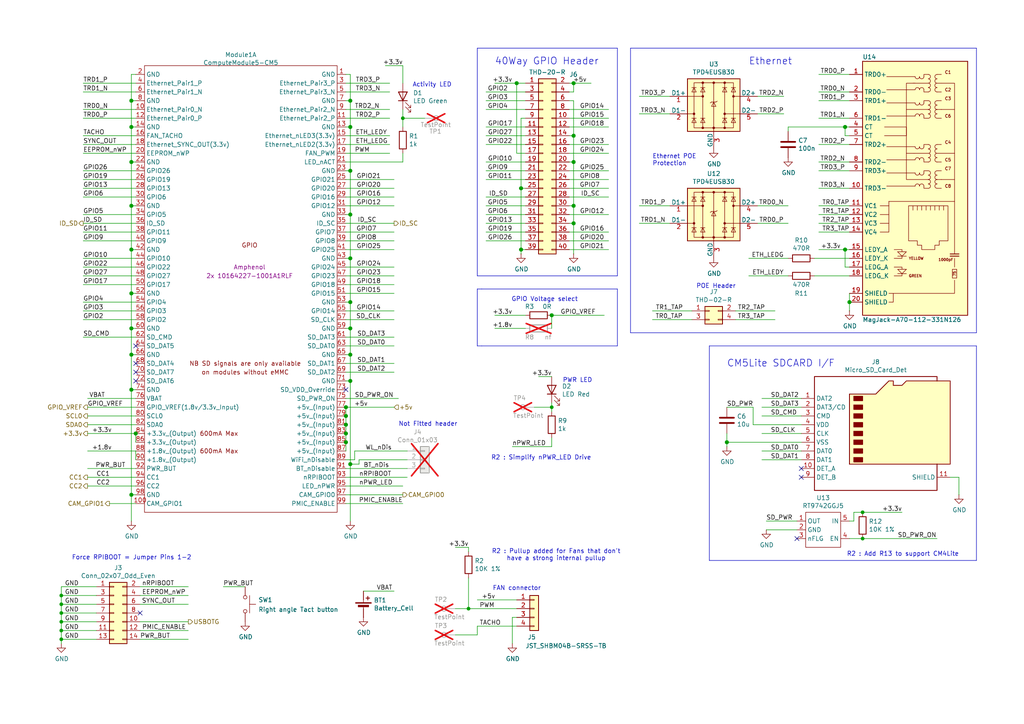
<source format=kicad_sch>
(kicad_sch (version 20250114) (generator "eeschema") (generator_version "9.0")
  (paper "A4")
  (title_block (title "Compute Module 5 IO Board - GPIO - Ethernet") (rev "1") (company "Copyright © 2024 Raspberry Pi Ltd.") (comment 1 "www.raspberrypi.com"))
  (text "40Way GPIO Header" (at 143.51 19.05 0) (effects (font (size 2.007 2.007)) (justify left bottom)))
  (text "Activity LED" (at 119.634 25.4 0) (effects (font (size 1.27 1.27)) (justify left bottom)))
  (text "R2 : Simplify nPWR_LED Drive" (at 156.972 132.842 0) (effects (font (size 1.27 1.27))))
  (text "FAN connector\n" (at 142.875 171.45 0) (effects (font (size 1.27 1.27)) (justify left bottom)))
  (text "R2 : Add R13 to support CM4Lite" (at 261.874 160.782 0) (effects (font (size 1.27 1.27))))
  (text "Ethernet POE\nProtection" (at 189.23 48.26 0) (effects (font (size 1.27 1.27)) (justify left bottom)))
  (text "GPIO Voltage select\n" (at 167.64 87.63 0) (effects (font (size 1.27 1.27)) (justify right bottom)))
  (text "R2 : Pullup added for Fans that don't \nhave a strong internal pullup " (at 161.798 161.036 0) (effects (font (size 1.27 1.27))))
  (text "Not Fitted header" (at 132.715 123.825 0) (effects (font (size 1.27 1.27)) (justify right bottom)))
  (text "POE Header" (at 201.93 83.82 0) (effects (font (size 1.27 1.27)) (justify left bottom)))
  (text "Force RPIBOOT = Jumper Pins 1-2 \n" (at 56.515 162.56 0) (effects (font (size 1.27 1.27)) (justify right bottom)))
  (text "PWR LED" (at 163.195 111.125 0) (effects (font (size 1.27 1.27)) (justify left bottom)))
  (text "Ethernet" (at 217.17 19.05 0) (effects (font (size 2.0066 2.0066)) (justify left bottom)))
  (text "CM5Lite SDCARD I/F" (at 210.82 106.68 0) (effects (font (size 2.007 2.007)) (justify left bottom)))
  (junction (at 101.6 36.83) (diameter 1.016))
  (junction (at 245.11 72.39) (diameter 1.016))
  (junction (at 101.6 29.21) (diameter 1.016))
  (junction (at 101.6 102.87) (diameter 1.016))
  (junction (at 38.1 113.03) (diameter 1.016))
  (junction (at 246.38 87.63) (diameter 1.016))
  (junction (at 38.1 46.99) (diameter 1.016))
  (junction (at 100.33 125.73) (diameter 1.016))
  (junction (at 151.13 54.61) (diameter 1.016))
  (junction (at 166.37 39.37) (diameter 1.016))
  (junction (at 17.78 175.26))
  (junction (at 38.1 72.39) (diameter 1.016))
  (junction (at 100.33 123.19) (diameter 1.016))
  (junction (at 38.1 143.51) (diameter 1.016))
  (junction (at 166.37 59.69) (diameter 1.016))
  (junction (at 38.1 59.69) (diameter 1.016))
  (junction (at 101.6 62.23) (diameter 1.016))
  (junction (at 38.1 95.25) (diameter 1.016))
  (junction (at 100.33 118.11) (diameter 1.016))
  (junction (at 101.6 95.25) (diameter 1.016))
  (junction (at 166.37 64.77) (diameter 1.016))
  (junction (at 210.82 128.27) (diameter 1.016))
  (junction (at 166.37 24.13) (diameter 1.016))
  (junction (at 250.19 156.21))
  (junction (at 101.6 87.63) (diameter 1.016))
  (junction (at 166.37 46.99) (diameter 1.016))
  (junction (at 38.1 85.09) (diameter 1.016))
  (junction (at 100.33 120.65) (diameter 1.016))
  (junction (at 160.02 118.11))
  (junction (at 38.1 36.83) (diameter 1.016))
  (junction (at 39.37 125.73) (diameter 1.016))
  (junction (at 17.78 172.72))
  (junction (at 38.1 102.87) (diameter 1.016))
  (junction (at 160.02 91.44) (diameter 1.016))
  (junction (at 38.1 29.21) (diameter 1.016))
  (junction (at 17.78 177.8))
  (junction (at 245.11 36.83) (diameter 1.016))
  (junction (at 100.33 128.27) (diameter 1.016))
  (junction (at 116.84 34.29))
  (junction (at 250.19 148.59))
  (junction (at 151.13 72.39) (diameter 1.016))
  (junction (at 17.78 185.42))
  (junction (at 101.6 110.49) (diameter 1.016))
  (junction (at 101.6 134.62) (diameter 1.016))
  (junction (at 101.6 49.53) (diameter 1.016))
  (junction (at 17.78 182.88))
  (junction (at 17.78 180.34))
  (junction (at 135.89 176.53))
  (junction (at 101.6 74.93) (diameter 1.016))
  (junction (at 149.86 24.13) (diameter 1.016))
  (no_connect (at 39.37 107.95))
  (no_connect (at 100.33 113.03))
  (no_connect (at 39.37 100.33))
  (no_connect (at 231.14 156.21))
  (no_connect (at 39.37 105.41))
  (no_connect (at 232.41 138.43))
  (no_connect (at 232.41 135.89))
  (no_connect (at 40.64 177.8))
  (no_connect (at 39.37 110.49))
  (wire (pts (xy 275.59 138.43) (xy 278.13 138.43)))
  (wire (pts (xy 101.6 110.49) (xy 101.6 134.62)))
  (polyline (pts (xy 138.43 13.97) (xy 138.43 80.01)) (stroke (width 0) (type solid)))
  (wire (pts (xy 40.64 175.26) (xy 54.61 175.26)))
  (polyline (pts (xy 138.43 80.01) (xy 179.07 80.01)) (stroke (width 0) (type solid)))
  (wire (pts (xy 100.33 135.89) (xy 118.11 135.89)))
  (wire (pts (xy 100.33 102.87) (xy 101.6 102.87)))
  (wire (pts (xy 24.13 90.17) (xy 39.37 90.17)))
  (wire (pts (xy 39.37 133.35) (xy 39.37 130.81)))
  (wire (pts (xy 237.49 41.91) (xy 246.38 41.91)))
  (wire (pts (xy 165.1 52.07) (xy 176.53 52.07)))
  (wire (pts (xy 24.13 44.45) (xy 39.37 44.45)))
  (wire (pts (xy 100.33 95.25) (xy 101.6 95.25)))
  (wire (pts (xy 165.1 34.29) (xy 176.53 34.29)))
  (wire (pts (xy 101.6 102.87) (xy 101.6 110.49)))
  (wire (pts (xy 100.33 100.33) (xy 114.3 100.33)))
  (wire (pts (xy 217.17 74.93) (xy 228.6 74.93)))
  (wire (pts (xy 39.37 128.27) (xy 39.37 125.73)))
  (wire (pts (xy 17.78 172.72) (xy 27.94 172.72)))
  (wire (pts (xy 105.41 171.45) (xy 114.3 171.45)))
  (wire (pts (xy 100.33 118.11) (xy 114.3 118.11)))
  (wire (pts (xy 101.6 36.83) (xy 101.6 49.53)))
  (wire (pts (xy 40.64 172.72) (xy 54.61 172.72)))
  (polyline (pts (xy 179.07 83.82) (xy 179.07 100.33)) (stroke (width 0) (type solid)))
  (wire (pts (xy 24.13 92.71) (xy 39.37 92.71)))
  (wire (pts (xy 116.84 36.83) (xy 116.84 34.29)))
  (wire (pts (xy 24.13 31.75) (xy 39.37 31.75)))
  (wire (pts (xy 24.13 77.47) (xy 39.37 77.47)))
  (wire (pts (xy 100.33 29.21) (xy 101.6 29.21)))
  (wire (pts (xy 220.98 120.65) (xy 232.41 120.65)))
  (wire (pts (xy 17.78 170.18) (xy 27.94 170.18)))
  (wire (pts (xy 247.65 151.13) (xy 246.38 151.13)))
  (wire (pts (xy 100.33 90.17) (xy 114.3 90.17)))
  (wire (pts (xy 17.78 185.42) (xy 27.94 185.42)))
  (wire (pts (xy 24.13 82.55) (xy 39.37 82.55)))
  (wire (pts (xy 166.37 64.77) (xy 166.37 59.69)))
  (wire (pts (xy 24.13 80.01) (xy 39.37 80.01)))
  (wire (pts (xy 100.33 34.29) (xy 113.03 34.29)))
  (wire (pts (xy 39.37 36.83) (xy 38.1 36.83)))
  (wire (pts (xy 100.33 44.45) (xy 113.03 44.45)))
  (wire (pts (xy 100.33 31.75) (xy 113.03 31.75)))
  (wire (pts (xy 102.87 133.35) (xy 102.87 130.81)))
  (wire (pts (xy 24.13 67.31) (xy 39.37 67.31)))
  (wire (pts (xy 237.49 59.69) (xy 246.38 59.69)))
  (wire (pts (xy 104.14 133.35) (xy 118.11 133.35)))
  (wire (pts (xy 100.33 87.63) (xy 101.6 87.63)))
  (wire (pts (xy 135.89 167.64) (xy 135.89 176.53)))
  (wire (pts (xy 166.37 39.37) (xy 166.37 46.99)))
  (wire (pts (xy 24.13 39.37) (xy 39.37 39.37)))
  (wire (pts (xy 39.37 21.59) (xy 38.1 21.59)))
  (wire (pts (xy 101.6 21.59) (xy 101.6 29.21)))
  (wire (pts (xy 236.22 80.01) (xy 246.38 80.01)))
  (wire (pts (xy 101.6 29.21) (xy 101.6 36.83)))
  (wire (pts (xy 38.1 143.51) (xy 38.1 151.13)))
  (wire (pts (xy 165.1 67.31) (xy 176.53 67.31)))
  (wire (pts (xy 148.59 179.07) (xy 148.59 186.69)))
  (wire (pts (xy 219.71 33.02) (xy 227.33 33.02)))
  (wire (pts (xy 100.33 57.15) (xy 114.3 57.15)))
  (wire (pts (xy 154.94 118.11) (xy 160.02 118.11)))
  (wire (pts (xy 100.33 143.51) (xy 116.84 143.51)))
  (wire (pts (xy 166.37 46.99) (xy 165.1 46.99)))
  (wire (pts (xy 100.33 107.95) (xy 114.3 107.95)))
  (wire (pts (xy 100.33 80.01) (xy 114.3 80.01)))
  (wire (pts (xy 151.13 72.39) (xy 151.13 73.66)))
  (wire (pts (xy 25.4 138.43) (xy 39.37 138.43)))
  (wire (pts (xy 101.6 95.25) (xy 101.6 102.87)))
  (wire (pts (xy 38.1 72.39) (xy 38.1 85.09)))
  (wire (pts (xy 213.36 92.71) (xy 224.79 92.71)))
  (wire (pts (xy 210.82 128.27) (xy 232.41 128.27)))
  (wire (pts (xy 101.6 49.53) (xy 101.6 62.23)))
  (wire (pts (xy 143.51 95.25) (xy 152.4 95.25)))
  (wire (pts (xy 24.13 74.93) (xy 39.37 74.93)))
  (polyline (pts (xy 182.88 13.97) (xy 283.21 13.97)) (stroke (width 0) (type solid)))
  (wire (pts (xy 100.33 140.97) (xy 116.84 140.97)))
  (wire (pts (xy 165.1 36.83) (xy 176.53 36.83)))
  (wire (pts (xy 149.86 44.45) (xy 152.4 44.45)))
  (wire (pts (xy 39.37 29.21) (xy 38.1 29.21)))
  (wire (pts (xy 17.78 180.34) (xy 27.94 180.34)))
  (wire (pts (xy 213.36 90.17) (xy 224.79 90.17)))
  (wire (pts (xy 40.64 182.88) (xy 54.61 182.88)))
  (polyline (pts (xy 179.07 13.97) (xy 138.43 13.97)) (stroke (width 0) (type solid)))
  (wire (pts (xy 25.4 140.97) (xy 39.37 140.97)))
  (wire (pts (xy 25.4 135.89) (xy 39.37 135.89)))
  (wire (pts (xy 189.23 90.17) (xy 200.66 90.17)))
  (wire (pts (xy 100.33 128.27) (xy 100.33 130.81)))
  (wire (pts (xy 40.64 170.18) (xy 54.61 170.18)))
  (wire (pts (xy 231.14 153.67) (xy 222.25 153.67)))
  (wire (pts (xy 246.38 36.83) (xy 245.11 36.83)))
  (wire (pts (xy 194.31 64.77) (xy 185.42 64.77)))
  (wire (pts (xy 132.08 176.53) (xy 135.89 176.53)))
  (wire (pts (xy 140.97 49.53) (xy 152.4 49.53)))
  (wire (pts (xy 100.33 41.91) (xy 113.03 41.91)))
  (wire (pts (xy 17.78 177.8) (xy 17.78 180.34)))
  (wire (pts (xy 100.33 115.57) (xy 115.57 115.57)))
  (wire (pts (xy 114.3 97.79) (xy 100.33 97.79)))
  (wire (pts (xy 24.13 26.67) (xy 39.37 26.67)))
  (wire (pts (xy 166.37 24.13) (xy 171.45 24.13)))
  (wire (pts (xy 217.17 80.01) (xy 228.6 80.01)))
  (wire (pts (xy 24.13 49.53) (xy 39.37 49.53)))
  (wire (pts (xy 231.14 151.13) (xy 222.25 151.13)))
  (wire (pts (xy 140.97 59.69) (xy 152.4 59.69)))
  (wire (pts (xy 100.33 120.65) (xy 100.33 123.19)))
  (wire (pts (xy 237.49 26.67) (xy 246.38 26.67)))
  (wire (pts (xy 100.33 74.93) (xy 101.6 74.93)))
  (wire (pts (xy 100.33 39.37) (xy 113.03 39.37)))
  (wire (pts (xy 140.97 67.31) (xy 152.4 67.31)))
  (wire (pts (xy 210.82 125.73) (xy 210.82 128.27)))
  (wire (pts (xy 165.1 41.91) (xy 176.53 41.91)))
  (polyline (pts (xy 139.7 83.82) (xy 179.07 83.82)) (stroke (width 0) (type solid)))
  (polyline (pts (xy 283.21 162.56) (xy 205.74 162.56)) (stroke (width 0) (type solid)))
  (wire (pts (xy 140.97 46.99) (xy 152.4 46.99)))
  (wire (pts (xy 100.33 138.43) (xy 118.11 138.43)))
  (wire (pts (xy 38.1 95.25) (xy 39.37 95.25)))
  (wire (pts (xy 40.64 185.42) (xy 54.61 185.42)))
  (wire (pts (xy 218.44 123.19) (xy 218.44 118.11)))
  (wire (pts (xy 38.1 102.87) (xy 38.1 113.03)))
  (wire (pts (xy 38.1 85.09) (xy 38.1 95.25)))
  (wire (pts (xy 31.75 146.05) (xy 39.37 146.05)))
  (wire (pts (xy 116.84 19.05) (xy 116.84 24.13)))
  (wire (pts (xy 152.4 34.29) (xy 151.13 34.29)))
  (wire (pts (xy 237.49 64.77) (xy 246.38 64.77)))
  (wire (pts (xy 17.78 175.26) (xy 27.94 175.26)))
  (wire (pts (xy 116.84 34.29) (xy 116.84 31.75)))
  (wire (pts (xy 135.89 160.02) (xy 135.89 158.75)))
  (wire (pts (xy 247.65 148.59) (xy 247.65 151.13)))
  (wire (pts (xy 236.22 74.93) (xy 246.38 74.93)))
  (wire (pts (xy 140.97 62.23) (xy 152.4 62.23)))
  (wire (pts (xy 237.49 29.21) (xy 246.38 29.21)))
  (wire (pts (xy 165.1 72.39) (xy 176.53 72.39)))
  (wire (pts (xy 165.1 24.13) (xy 166.37 24.13)))
  (wire (pts (xy 104.14 134.62) (xy 104.14 133.35)))
  (wire (pts (xy 101.6 134.62) (xy 101.6 151.13)))
  (wire (pts (xy 278.13 138.43) (xy 278.13 143.51)))
  (wire (pts (xy 38.1 59.69) (xy 38.1 72.39)))
  (wire (pts (xy 17.78 177.8) (xy 27.94 177.8)))
  (wire (pts (xy 38.1 113.03) (xy 39.37 113.03)))
  (wire (pts (xy 38.1 72.39) (xy 39.37 72.39)))
  (wire (pts (xy 24.13 54.61) (xy 39.37 54.61)))
  (wire (pts (xy 100.33 52.07) (xy 114.3 52.07)))
  (wire (pts (xy 246.38 87.63) (xy 246.38 90.17)))
  (wire (pts (xy 25.4 130.81) (xy 39.37 130.81)))
  (wire (pts (xy 24.13 97.79) (xy 39.37 97.79)))
  (wire (pts (xy 237.49 49.53) (xy 246.38 49.53)))
  (wire (pts (xy 24.13 24.13) (xy 39.37 24.13)))
  (polyline (pts (xy 283.21 100.33) (xy 283.21 162.56)) (stroke (width 0) (type solid)))
  (wire (pts (xy 100.33 62.23) (xy 101.6 62.23)))
  (wire (pts (xy 143.51 24.13) (xy 149.86 24.13)))
  (wire (pts (xy 246.38 85.09) (xy 246.38 87.63)))
  (wire (pts (xy 100.33 24.13) (xy 113.03 24.13)))
  (wire (pts (xy 250.19 148.59) (xy 261.62 148.59)))
  (wire (pts (xy 100.33 36.83) (xy 101.6 36.83)))
  (wire (pts (xy 38.1 95.25) (xy 38.1 102.87)))
  (wire (pts (xy 160.02 127) (xy 160.02 129.54)))
  (wire (pts (xy 39.37 143.51) (xy 38.1 143.51)))
  (wire (pts (xy 24.13 57.15) (xy 39.37 57.15)))
  (wire (pts (xy 166.37 64.77) (xy 166.37 73.66)))
  (wire (pts (xy 185.42 59.69) (xy 194.31 59.69)))
  (wire (pts (xy 245.11 39.37) (xy 245.11 36.83)))
  (wire (pts (xy 220.98 130.81) (xy 232.41 130.81)))
  (wire (pts (xy 25.4 123.19) (xy 39.37 123.19)))
  (wire (pts (xy 38.1 113.03) (xy 38.1 143.51)))
  (wire (pts (xy 237.49 72.39) (xy 245.11 72.39)))
  (wire (pts (xy 160.02 116.84) (xy 160.02 118.11)))
  (wire (pts (xy 135.89 176.53) (xy 149.86 176.53)))
  (wire (pts (xy 228.6 36.83) (xy 245.11 36.83)))
  (wire (pts (xy 102.87 130.81) (xy 118.11 130.81)))
  (wire (pts (xy 100.33 146.05) (xy 116.84 146.05)))
  (wire (pts (xy 220.98 115.57) (xy 232.41 115.57)))
  (wire (pts (xy 100.33 64.77) (xy 114.3 64.77)))
  (wire (pts (xy 140.97 36.83) (xy 152.4 36.83)))
  (wire (pts (xy 247.65 148.59) (xy 250.19 148.59)))
  (wire (pts (xy 101.6 87.63) (xy 101.6 95.25)))
  (wire (pts (xy 149.86 179.07) (xy 148.59 179.07)))
  (wire (pts (xy 100.33 54.61) (xy 114.3 54.61)))
  (wire (pts (xy 245.11 77.47) (xy 245.11 72.39)))
  (wire (pts (xy 237.49 21.59) (xy 246.38 21.59)))
  (wire (pts (xy 116.84 46.99) (xy 116.84 44.45)))
  (wire (pts (xy 100.33 133.35) (xy 102.87 133.35)))
  (wire (pts (xy 100.33 69.85) (xy 114.3 69.85)))
  (wire (pts (xy 114.3 105.41) (xy 100.33 105.41)))
  (polyline (pts (xy 283.21 96.52) (xy 182.88 96.52)) (stroke (width 0) (type solid)))
  (wire (pts (xy 25.4 118.11) (xy 39.37 118.11)))
  (wire (pts (xy 140.97 29.21) (xy 152.4 29.21)))
  (wire (pts (xy 219.71 27.94) (xy 227.33 27.94)))
  (wire (pts (xy 17.78 180.34) (xy 17.78 182.88)))
  (polyline (pts (xy 182.88 96.52) (xy 182.88 13.97)) (stroke (width 0) (type solid)))
  (wire (pts (xy 100.33 85.09) (xy 114.3 85.09)))
  (polyline (pts (xy 205.74 162.56) (xy 205.74 100.33)) (stroke (width 0) (type solid)))
  (wire (pts (xy 143.51 91.44) (xy 152.4 91.44)))
  (wire (pts (xy 140.97 26.67) (xy 152.4 26.67)))
  (wire (pts (xy 166.37 59.69) (xy 166.37 46.99)))
  (wire (pts (xy 24.13 34.29) (xy 39.37 34.29)))
  (wire (pts (xy 25.4 115.57) (xy 39.37 115.57)))
  (wire (pts (xy 165.1 31.75) (xy 176.53 31.75)))
  (wire (pts (xy 165.1 62.23) (xy 176.53 62.23)))
  (wire (pts (xy 140.97 57.15) (xy 152.4 57.15)))
  (wire (pts (xy 185.42 27.94) (xy 194.31 27.94)))
  (wire (pts (xy 25.4 125.73) (xy 39.37 125.73)))
  (wire (pts (xy 132.08 184.15) (xy 138.43 184.15)))
  (wire (pts (xy 165.1 59.69) (xy 166.37 59.69)))
  (wire (pts (xy 100.33 59.69) (xy 114.3 59.69)))
  (wire (pts (xy 166.37 39.37) (xy 165.1 39.37)))
  (wire (pts (xy 245.11 72.39) (xy 246.38 72.39)))
  (wire (pts (xy 138.43 181.61) (xy 149.86 181.61)))
  (polyline (pts (xy 205.74 100.33) (xy 283.21 100.33)) (stroke (width 0) (type solid)))
  (wire (pts (xy 151.13 34.29) (xy 151.13 54.61)))
  (wire (pts (xy 114.3 92.71) (xy 100.33 92.71)))
  (wire (pts (xy 100.33 67.31) (xy 114.3 67.31)))
  (wire (pts (xy 140.97 31.75) (xy 152.4 31.75)))
  (wire (pts (xy 140.97 39.37) (xy 152.4 39.37)))
  (polyline (pts (xy 179.07 13.97) (xy 179.07 80.01)) (stroke (width 0) (type solid)))
  (polyline (pts (xy 283.21 13.97) (xy 283.21 96.52)) (stroke (width 0) (type solid)))
  (wire (pts (xy 149.86 24.13) (xy 149.86 44.45)))
  (wire (pts (xy 135.89 158.75) (xy 132.08 158.75)))
  (wire (pts (xy 17.78 182.88) (xy 27.94 182.88)))
  (wire (pts (xy 166.37 29.21) (xy 166.37 39.37)))
  (wire (pts (xy 24.13 64.77) (xy 39.37 64.77)))
  (wire (pts (xy 165.1 26.67) (xy 166.37 26.67)))
  (wire (pts (xy 25.4 120.65) (xy 39.37 120.65)))
  (wire (pts (xy 38.1 36.83) (xy 38.1 46.99)))
  (wire (pts (xy 100.33 46.99) (xy 116.84 46.99)))
  (wire (pts (xy 151.13 72.39) (xy 152.4 72.39)))
  (wire (pts (xy 185.42 33.02) (xy 194.31 33.02)))
  (wire (pts (xy 24.13 52.07) (xy 39.37 52.07)))
  (wire (pts (xy 151.13 54.61) (xy 152.4 54.61)))
  (polyline (pts (xy 138.43 100.33) (xy 138.43 83.82)) (stroke (width 0) (type solid)))
  (wire (pts (xy 160.02 91.44) (xy 175.26 91.44)))
  (wire (pts (xy 140.97 69.85) (xy 152.4 69.85)))
  (wire (pts (xy 237.49 67.31) (xy 246.38 67.31)))
  (wire (pts (xy 219.71 59.69) (xy 228.6 59.69)))
  (wire (pts (xy 160.02 109.22) (xy 156.21 109.22)))
  (wire (pts (xy 17.78 185.42) (xy 17.78 186.69)))
  (wire (pts (xy 100.33 72.39) (xy 114.3 72.39)))
  (wire (pts (xy 38.1 29.21) (xy 38.1 36.83)))
  (wire (pts (xy 100.33 21.59) (xy 101.6 21.59)))
  (wire (pts (xy 165.1 49.53) (xy 176.53 49.53)))
  (wire (pts (xy 237.49 34.29) (xy 246.38 34.29)))
  (wire (pts (xy 100.33 110.49) (xy 101.6 110.49)))
  (wire (pts (xy 246.38 77.47) (xy 245.11 77.47)))
  (wire (pts (xy 24.13 69.85) (xy 39.37 69.85)))
  (wire (pts (xy 24.13 87.63) (xy 39.37 87.63)))
  (wire (pts (xy 100.33 118.11) (xy 100.33 120.65)))
  (wire (pts (xy 17.78 170.18) (xy 17.78 172.72)))
  (wire (pts (xy 138.43 184.15) (xy 138.43 181.61)))
  (wire (pts (xy 111.76 19.05) (xy 116.84 19.05)))
  (wire (pts (xy 210.82 128.27) (xy 210.82 129.54)))
  (wire (pts (xy 100.33 49.53) (xy 101.6 49.53)))
  (wire (pts (xy 151.13 54.61) (xy 151.13 72.39)))
  (wire (pts (xy 100.33 26.67) (xy 113.03 26.67)))
  (wire (pts (xy 232.41 123.19) (xy 218.44 123.19)))
  (wire (pts (xy 165.1 44.45) (xy 176.53 44.45)))
  (wire (pts (xy 250.19 156.21) (xy 271.78 156.21)))
  (wire (pts (xy 24.13 62.23) (xy 39.37 62.23)))
  (wire (pts (xy 237.49 46.99) (xy 246.38 46.99)))
  (wire (pts (xy 237.49 62.23) (xy 246.38 62.23)))
  (wire (pts (xy 219.71 64.77) (xy 228.6 64.77)))
  (wire (pts (xy 24.13 41.91) (xy 39.37 41.91)))
  (wire (pts (xy 246.38 156.21) (xy 250.19 156.21)))
  (wire (pts (xy 17.78 172.72) (xy 17.78 175.26)))
  (wire (pts (xy 189.23 92.71) (xy 200.66 92.71)))
  (wire (pts (xy 101.6 74.93) (xy 101.6 87.63)))
  (polyline (pts (xy 139.7 83.82) (xy 138.43 83.82)) (stroke (width 0) (type solid)))
  (wire (pts (xy 148.59 129.54) (xy 160.02 129.54)))
  (wire (pts (xy 100.33 123.19) (xy 100.33 125.73)))
  (wire (pts (xy 228.6 38.1) (xy 228.6 36.83)))
  (wire (pts (xy 232.41 118.11) (xy 220.98 118.11)))
  (wire (pts (xy 140.97 64.77) (xy 152.4 64.77)))
  (wire (pts (xy 38.1 46.99) (xy 39.37 46.99)))
  (wire (pts (xy 140.97 52.07) (xy 152.4 52.07)))
  (wire (pts (xy 64.77 170.18) (xy 71.12 170.18)))
  (wire (pts (xy 237.49 54.61) (xy 246.38 54.61)))
  (wire (pts (xy 140.97 41.91) (xy 152.4 41.91)))
  (wire (pts (xy 38.1 21.59) (xy 38.1 29.21)))
  (wire (pts (xy 138.43 173.99) (xy 149.86 173.99)))
  (wire (pts (xy 38.1 85.09) (xy 39.37 85.09)))
  (wire (pts (xy 165.1 64.77) (xy 166.37 64.77)))
  (wire (pts (xy 100.33 125.73) (xy 100.33 128.27)))
  (wire (pts (xy 160.02 91.44) (xy 160.02 95.25)))
  (wire (pts (xy 100.33 77.47) (xy 114.3 77.47)))
  (wire (pts (xy 38.1 102.87) (xy 39.37 102.87)))
  (wire (pts (xy 38.1 59.69) (xy 39.37 59.69)))
  (polyline (pts (xy 179.07 100.33) (xy 139.7 100.33)) (stroke (width 0) (type solid)))
  (wire (pts (xy 152.4 24.13) (xy 149.86 24.13)))
  (wire (pts (xy 165.1 69.85) (xy 176.53 69.85)))
  (wire (pts (xy 160.02 118.11) (xy 160.02 119.38)))
  (wire (pts (xy 210.82 118.11) (xy 218.44 118.11)))
  (wire (pts (xy 246.38 39.37) (xy 245.11 39.37)))
  (wire (pts (xy 232.41 125.73) (xy 220.98 125.73)))
  (wire (pts (xy 166.37 26.67) (xy 166.37 24.13)))
  (wire (pts (xy 232.41 133.35) (xy 220.98 133.35)))
  (wire (pts (xy 40.64 180.34) (xy 54.61 180.34)))
  (wire (pts (xy 17.78 182.88) (xy 17.78 185.42)))
  (wire (pts (xy 100.33 82.55) (xy 114.3 82.55)))
  (wire (pts (xy 116.84 34.29) (xy 123.19 34.29)))
  (wire (pts (xy 101.6 62.23) (xy 101.6 74.93)))
  (wire (pts (xy 38.1 46.99) (xy 38.1 59.69)))
  (wire (pts (xy 165.1 57.15) (xy 176.53 57.15)))
  (wire (pts (xy 17.78 175.26) (xy 17.78 177.8)))
  (wire (pts (xy 101.6 134.62) (xy 104.14 134.62)))
  (wire (pts (xy 165.1 54.61) (xy 176.53 54.61)))
  (wire (pts (xy 165.1 29.21) (xy 166.37 29.21)))
  (polyline (pts (xy 138.43 100.33) (xy 139.7 100.33)) (stroke (width 0) (type solid)))
  (label "+1.8v" (at 148.59 95.25 180))
  (label "GPIO24" (at 175.26 44.45 180))
  (label "SD_DAT2" (at 111.76 107.95 180))
  (label "+5v" (at 170.18 24.13 180))
  (label "GPIO5" (at 24.13 62.23 0))
  (label "TRD3_N" (at 103.124 26.67 0))
  (label "GPIO2" (at 24.13 92.71 0))
  (label "GPIO9" (at 24.13 69.85 0))
  (label "TRD3_N" (at 245.11 54.61 180))
  (label "ETH_LEDG" (at 103.124 41.91 0))
  (label "SD_DAT1" (at 111.76 105.41 180))
  (label "TRD1_N" (at 193.04 64.77 180))
  (label "+3.3v" (at 148.59 24.13 180))
  (label "GPIO10" (at 24.13 74.93 0))
  (label "TRD3_P" (at 103.124 24.13 0))
  (label "GPIO6" (at 24.13 57.15 0))
  (label "TRD0_P" (at 227.33 64.77 180))
  (label "TRD3_P" (at 193.04 27.94 180))
  (label "GPIO8" (at 173.99 52.07 180))
  (label "GPIO20" (at 110.49 54.61 180))
  (label "SD_DAT2" (at 223.52 115.57 0))
  (label "GPIO25" (at 110.49 72.39 180))
  (label "GPIO2" (at 147.32 26.67 180))
  (label "SD_DAT0" (at 111.76 100.33 180))
  (label "GPIO26" (at 148.59 69.85 180))
  (label "GPIO15" (at 110.49 85.09 180))
  (label "GPIO13" (at 24.13 54.61 0))
  (label "TRD1_P" (at 193.04 59.69 180))
  (label "GPIO7" (at 109.22 67.31 180))
  (label "GPIO14" (at 110.49 90.17 180))
  (label "BT_nDis" (at 112.8776 135.89 180))
  (label "SD_PWR_ON" (at 260.35 156.21 0))
  (label "GPIO7" (at 173.99 54.61 180))
  (label "ETH_LEDY" (at 103.124 39.37 0))
  (label "VBAT" (at 109.22 171.45 0))
  (label "TR1_TAP" (at 198.12 90.17 180))
  (label "SD_PWR_ON" (at 102.87 115.57 0))
  (label "PWM" (at 102.87 44.45 0))
  (label "GPIO4" (at 24.13 87.63 0))
  (label "GPIO10" (at 148.59 46.99 180))
  (label "TRD1_P" (at 24.13 24.13 0))
  (label "CC1" (at 27.94 138.43 0))
  (label "TRD1_P" (at 245.11 29.21 180))
  (label "WL_nDis" (at 113.665 130.81 180))
  (label "GPIO6" (at 147.32 62.23 180))
  (label "+3.3v" (at 261.62 148.59 180))
  (label "GPIO17" (at 148.59 36.83 180))
  (label "+3.3v" (at 116.84 19.05 180))
  (label "GPIO19" (at 148.59 67.31 180))
  (label "GND" (at 22.86 182.88 180))
  (label "SD_DAT3" (at 111.76 97.79 180))
  (label "GPIO27" (at 24.13 80.01 0))
  (label "EEPROM_nWP" (at 24.13 44.45 0))
  (label "GPIO_VREF" (at 25.4 118.11 0))
  (label "SD_PWR" (at 210.82 118.11 0))
  (label "GPIO9" (at 147.32 49.53 180))
  (label "GPIO20" (at 175.26 69.85 180))
  (label "TR0_TAP" (at 198.0184 92.71 180))
  (label "SD_DAT0" (at 223.52 130.81 0))
  (label "GPIO21" (at 110.49 52.07 180))
  (label "GPIO23" (at 110.49 80.01 180))
  (label "ID_SD" (at 147.32 57.15 180))
  (label "GPIO16" (at 175.26 67.31 180))
  (label "TRD0_N" (at 24.13 31.75 0))
  (label "TRD3_P" (at 245.11 49.53 180))
  (label "ETH_LEDY" (at 227.33 80.01 180))
  (label "TRD0_N" (at 227.33 59.69 180))
  (label "TRD2_N" (at 227.33 27.94 180))
  (label "ETH_LEDG" (at 227.33 74.93 180))
  (label "TRD0_N" (at 245.11 26.67 180))
  (label "TR2_TAP" (at 246.38 64.77 180))
  (label "GPIO22" (at 148.59 41.91 180))
  (label "+1.8v" (at 26.67 130.81 0))
  (label "SYNC_OUT" (at 50.8 175.26 180))
  (label "PWR_BUT" (at 64.77 170.18 0))
  (label "GPIO18" (at 175.26 36.83 180))
  (label "SD_DAT3" (at 223.52 118.11 0))
  (label "TR2_TAP" (at 221.9198 90.17 180))
  (label "+5v" (at 139.7 173.99 0))
  (label "+3.3v" (at 135.89 158.75 180))
  (label "SD_CLK" (at 110.49 92.71 180))
  (label "GND" (at 22.86 170.18 180))
  (label "GPIO16" (at 110.49 57.15 180))
  (label "GPIO12" (at 110.49 59.69 180))
  (label "GPIO23" (at 175.26 41.91 180))
  (label "+3.3v" (at 26.67 125.73 0))
  (label "SD_CMD" (at 223.52 120.65 0))
  (label "PWM" (at 139.065 176.53 0))
  (label "ID_SC" (at 173.99 57.15 180))
  (label "GPIO8" (at 109.22 69.85 180))
  (label "GPIO17" (at 24.13 82.55 0))
  (label "SYNC_OUT" (at 24.13 41.91 0))
  (label "nPWR_LED" (at 148.59 129.54 0))
  (label "SD_PWR" (at 222.25 151.13 0))
  (label "SD_DAT1" (at 223.52 133.35 0))
  (label "TRD0_P" (at 245.11 21.59 180))
  (label "GPIO18" (at 110.49 82.55 180))
  (label "TRD2_N" (at 102.87 31.75 0))
  (label "GPIO15" (at 175.26 34.29 180))
  (label "GPIO5" (at 147.32 59.69 180))
  (label "nPWR_LED" (at 104.14 140.97 0))
  (label "PMIC_ENABLE" (at 53.975 182.88 180))
  (label "TR3_TAP" (at 221.8944 92.71 180))
  (label "GPIO3" (at 147.32 29.21 180))
  (label "TRD0_P" (at 24.13 34.29 0))
  (label "nRPIBOOT" (at 50.546 170.18 180))
  (label "+3.3v" (at 148.59 91.44 180))
  (label "GND" (at 22.86 177.8 180))
  (label "GND" (at 22.86 185.42 180))
  (label "GPIO26" (at 24.13 49.53 0))
  (label "TACHO" (at 139.065 181.61 0))
  (label "PWR_BUT" (at 27.686 135.89 0))
  (label "GPIO12" (at 175.26 62.23 180))
  (label "nRPIBOOT" (at 104.14 138.43 0))
  (label "EEPROM_nWP" (at 53.848 172.72 180))
  (label "GPIO11" (at 24.13 67.31 0))
  (label "ID_SD" (at 24.13 64.77 0))
  (label "TRD1_N" (at 24.13 26.67 0))
  (label "GPIO24" (at 110.49 77.47 180))
  (label "GND" (at 22.86 175.26 180))
  (label "TRD3_N" (at 193.04 33.02 180))
  (label "GPIO27" (at 148.59 39.37 180))
  (label "TR1_TAP" (at 246.38 62.23 180))
  (label "VBAT" (at 30.48 115.57 180))
  (label "ID_SC" (at 109.22 64.77 180))
  (label "TRD2_P" (at 245.11 41.91 180))
  (label "GPIO21" (at 175.26 72.39 180))
  (label "CC2" (at 27.94 140.97 0))
  (label "GPIO14" (at 175.26 31.75 180))
  (label "TACHO" (at 24.13 39.37 0))
  (label "GPIO25" (at 175.26 49.53 180))
  (label "TRD2_N" (at 245.11 46.99 180))
  (label "TR0_TAP" (at 246.38 59.69 180))
  (label "+5v" (at 106.68 118.11 180))
  (label "SD_CMD" (at 24.13 97.79 0))
  (label "TRD1_N" (at 245.11 34.29 180))
  (label "PMIC_ENABLE" (at 116.84 146.05 180))
  (label "+3.3v" (at 160.02 109.22 180))
  (label "GPIO13" (at 148.59 64.77 180))
  (label "GPIO_VREF" (at 162.56 91.44 0))
  (label "TRD2_P" (at 103.124 34.29 0))
  (label "GND" (at 22.86 172.72 180))
  (label "GPIO19" (at 24.13 52.07 0))
  (label "GPIO11" (at 148.59 52.07 180))
  (label "PWR_BUT" (at 40.64 185.42 0))
  (label "TR3_TAP" (at 246.38 67.31 180))
  (label "SD_CLK" (at 223.52 125.73 0))
  (label "GND" (at 22.86 180.34 180))
  (label "GPIO4" (at 147.32 31.75 180))
  (label "+3.3v" (at 243.84 72.39 180))
  (label "GPIO22" (at 24.13 77.47 0))
  (label "TRD2_P" (at 227.33 33.02 180))
  (label "GPIO3" (at 24.13 90.17 0))
  (hierarchical_label "CC1" (shape output) (at 25.4 138.43 180))
  (hierarchical_label "ID_SD" (shape output) (at 24.13 64.77 180))
  (hierarchical_label "SDA0" (shape output) (at 25.4 123.19 180))
  (hierarchical_label "CAM_GPIO1" (shape output) (at 31.75 146.05 180))
  (hierarchical_label "CC2" (shape output) (at 25.4 140.97 180))
  (hierarchical_label "+3.3v" (shape output) (at 25.4 125.73 180))
  (hierarchical_label "GPIO_VREF" (shape output) (at 25.4 118.11 180))
  (hierarchical_label "ID_SC" (shape output) (at 114.3 64.77 0))
  (hierarchical_label "SCL0" (shape output) (at 25.4 120.65 180))
  (hierarchical_label "CAM_GPIO0" (shape output) (at 116.84 143.51 0))
  (hierarchical_label "+5v" (shape input) (at 114.3 118.11 0))
  (hierarchical_label "USBOTG" (shape output) (at 54.61 180.34 0))
  (symbol (lib_id "CM5IO:RT9742GGJ5") (at 240.03 161.29 0) (unit 1)
    (property "Reference" "U13" (at 238.76 144.399 0))
    (property "Value" "RT9742GGJ5" (at 238.76 146.7104 0))
    (property "Footprint" "Package_TO_SOT_SMD:SOT-23-5" (effects (hide yes)))
    (property "Datasheet" "https://www.richtek.com/assets/product_file/RT9742/DS9742-00.pdf" (effects (hide yes)))
    (property "Field4" "Farnell" (effects (hide yes)))
    (property "Field5" "	2545875" (effects (hide yes)))
    (property "Field6" "RT9742GGJ5" (effects (hide yes)))
    (property "Field7" "RichTek" (effects (hide yes)))
    (property "Field8" "USWI00166" (effects (hide yes)))
    (property "Part Description" "	Power Switch/Driver 1:1 N-Channel 1A TSOT-23-5" (effects (hide yes)))
  )
  (symbol (lib_id "power:GND") (at 222.25 153.67 0) (unit 1)
    (property "Reference" "#PWR061" (effects (hide yes)))
    (property "Value" "GND" (at 222.377 158.0642 0))
    (property "Description" "Power symbol creates a global label with name \"GND\" , ground" (effects (hide yes)))
  )
  (symbol (lib_id "CM5IO:ComputeModule5-CM5") (at 72.39 77.47 0) (unit 1)
    (property "Reference" "Module1" (at 69.85 15.875 0))
    (property "Value" "ComputeModule5-CM5" (at 69.85 18.1864 0))
    (property "Footprint" "CM5IO:Raspberry-Pi-5-Compute-Module" (effects (hide yes)))
    (property "Description" "RaspberryPi Compute module 5" (effects (hide yes)))
    (property "Field4" "Amphenol" (at 72.39 77.47 0))
    (property "Field5" "2x 10164227-1001A1RLF" (at 72.39 80.01 0))
    (property "Field6" "2x 10164227-1001A1RLF" (effects (hide yes)))
    (property "Field7" "Hirose" (effects (hide yes)))
    (property "Part Description" "	100 Position Connector Receptacle, Center Strip Contacts Surface Mount Gold" (effects (hide yes)))
  )
  (symbol (lib_id "Device:C") (at 228.6 41.91 0) (unit 1)
    (property "Reference" "C7" (at 231.521 40.7416 0) (effects (justify left)))
    (property "Value" "100n" (at 231.521 43.053 0) (effects (justify left)))
    (property "Footprint" "Capacitor_SMD:C_0402_1005Metric" (effects (hide yes)))
    (property "Datasheet" "https://search.murata.co.jp/Ceramy/image/img/A01X/G101/ENG/GRM155R71C104KA88-01.pdf" (effects (hide yes)))
    (property "Field4" "Farnell" (effects (hide yes)))
    (property "Field5" "2611911" (effects (hide yes)))
    (property "Field6" "RM EMK105 B7104KV-F" (effects (hide yes)))
    (property "Field7" "TAIYO YUDEN EUROPE GMBH" (effects (hide yes)))
    (property "Part Description" "	0.1uF 10% 16V Ceramic Capacitor X7R 0402 (1005 Metric)" (effects (hide yes)))
    (property "Field8" "110091611" (effects (hide yes)))
  )
  (symbol (lib_id "power:GND") (at 228.6 45.72 0) (unit 1)
    (property "Reference" "#PWR062" (effects (hide yes)))
    (property "Value" "GND" (at 228.727 50.1142 0))
    (property "Description" "Power symbol creates a global label with name \"GND\" , ground" (effects (hide yes)))
  )
  (symbol (lib_id "Connector_Generic:Conn_02x02_Odd_Even") (at 205.74 90.17 0) (unit 1)
    (property "Reference" "J7" (at 207.01 84.6582 0))
    (property "Value" "THD-02-R" (at 207.01 86.9696 0))
    (property "Footprint" "Connector_PinHeader_2.54mm:PinHeader_2x02_P2.54mm_Vertical" (effects (hide yes)))
    (property "Datasheet" "https://www.toby.co.uk/uploads/publications/1673.pdf" (effects (hide yes)))
    (property "Field4" "Toby" (effects (hide yes)))
    (property "Field5" "THD-02-R" (effects (hide yes)))
    (property "Field6" "151-604-425-761" (effects (hide yes)))
    (property "Field7" "EDAC" (effects (hide yes)))
    (property "Field8" "UCON00791" (effects (hide yes)))
    (property "Part Description" "PinHeader_2x02_P2.54mm_Vertical" (effects (hide yes)))
  )
  (symbol (lib_id "Connector_Generic:Conn_02x20_Odd_Even") (at 157.48 46.99 0) (unit 1)
    (property "Reference" "J6" (at 166.37 21.59 0))
    (property "Value" "THD-20-R" (at 158.75 20.9296 0))
    (property "Footprint" "Connector_PinHeader_2.54mm:PinHeader_2x20_P2.54mm_Vertical" (effects (hide yes)))
    (property "Datasheet" "https://www.toby.co.uk/uploads/publications/1673.pdf" (effects (hide yes)))
    (property "Field4" "Toby" (effects (hide yes)))
    (property "Field5" "THD-20-R" (effects (hide yes)))
    (property "Field6" "THD-20-R" (effects (hide yes)))
    (property "Field7" "Toby" (effects (hide yes)))
    (property "Field8" "UCON00511" (effects (hide yes)))
    (property "Part Description" "PinHeader_2x20_P2.54mm_Vertical" (effects (hide yes)))
  )
  (symbol (lib_id "Device:C") (at 210.82 121.92 0) (unit 1)
    (property "Reference" "C6" (at 213.741 120.7516 0) (effects (justify left)))
    (property "Value" "10u" (at 213.741 123.063 0) (effects (justify left)))
    (property "Footprint" "Capacitor_SMD:C_0805_2012Metric" (effects (hide yes)))
    (property "Datasheet" "https://search.murata.co.jp/Ceramy/image/img/A01X/G101/ENG/GRM21BR71A106KA73-01.pdf" (effects (hide yes)))
    (property "Field5" "490-14381-1-ND" (effects (hide yes)))
    (property "Field4" "Digikey" (effects (hide yes)))
    (property "Field6" "GRM21BR71A106KA73L" (effects (hide yes)))
    (property "Field7" "Murata" (effects (hide yes)))
    (property "Part Description" "	10uF 10% 10V Ceramic Capacitor X7R 0805 (2012 Metric)" (effects (hide yes)))
    (property "Field8" "111893011" (effects (hide yes)))
  )
  (symbol (lib_id "power:GND") (at 166.37 73.66 0) (unit 1)
    (property "Reference" "#PWR057" (effects (hide yes)))
    (property "Value" "GND" (at 166.497 78.0542 0))
    (property "Description" "Power symbol creates a global label with name \"GND\" , ground" (effects (hide yes)))
  )
  (symbol (lib_id "power:GND") (at 151.13 73.66 0) (unit 1)
    (property "Reference" "#PWR056" (effects (hide yes)))
    (property "Value" "GND" (at 151.257 78.0542 0))
    (property "Description" "Power symbol creates a global label with name \"GND\" , ground" (effects (hide yes)))
  )
  (symbol (lib_id "Device:R") (at 232.41 74.93 270) (unit 1)
    (property "Reference" "R10" (at 232.41 69.6722 90))
    (property "Value" "470R" (at 232.41 71.9836 90))
    (property "Footprint" "Resistor_SMD:R_0402_1005Metric" (effects (hide yes)))
    (property "Datasheet" "https://fscdn.rohm.com/en/products/databook/datasheet/passive/resistor/chip_resistor/mcr-e.pdf" (effects (hide yes)))
    (property "Field4" "Farnell" (effects (hide yes)))
    (property "Field5" "9239197" (effects (hide yes)))
    (property "Field7" "KOA EUROPE GMBH" (effects (hide yes)))
    (property "Field6" "RK73G1ETQTP4700D         " (effects (hide yes)))
    (property "Field8" "120887981" (effects (hide yes)))
    (property "Part Description" "Resistor 470R M1005 1% 63mW" (effects (hide yes)))
  )
  (symbol (lib_id "Device:R") (at 232.41 80.01 270) (unit 1)
    (property "Reference" "R11" (at 232.41 85.09 90))
    (property "Value" "470R" (at 232.41 82.55 90))
    (property "Footprint" "Resistor_SMD:R_0402_1005Metric" (effects (hide yes)))
    (property "Datasheet" "https://fscdn.rohm.com/en/products/databook/datasheet/passive/resistor/chip_resistor/mcr-e.pdf" (effects (hide yes)))
    (property "Field4" "Farnell" (effects (hide yes)))
    (property "Field5" "9239197" (effects (hide yes)))
    (property "Field7" "KOA EUROPE GMBH" (effects (hide yes)))
    (property "Field6" "RK73G1ETQTP4700D         " (effects (hide yes)))
    (property "Field8" "120887981" (effects (hide yes)))
    (property "Part Description" "Resistor 470R M1005 1% 63mW" (effects (hide yes)))
  )
  (symbol (lib_id "power:GND") (at 38.1 151.13 0) (unit 1)
    (property "Reference" "#PWR051" (effects (hide yes)))
    (property "Value" "GND" (at 38.227 155.5242 0))
    (property "Description" "Power symbol creates a global label with name \"GND\" , ground" (effects (hide yes)))
  )
  (symbol (lib_id "power:GND") (at 101.6 151.13 0) (unit 1)
    (property "Reference" "#PWR053" (effects (hide yes)))
    (property "Value" "GND" (at 101.727 155.5242 0))
    (property "Description" "Power symbol creates a global label with name \"GND\" , ground" (effects (hide yes)))
  )
  (symbol (lib_id "Device:LED") (at 116.84 27.94 90) (unit 1)
    (property "Reference" "D1" (at 119.8118 26.9494 90) (effects (justify right)))
    (property "Value" "LED Green" (at 119.8118 29.2608 90) (effects (justify right)))
    (property "Footprint" "LED_SMD:LED_0603_1608Metric" (effects (hide yes)))
    (property "Datasheet" "http://optoelectronics.liteon.com/upload/download/DS22-2000-226/LTST-S270KGKT.pdf" (effects (hide yes)))
    (property "Field4" "Digikey " (effects (hide yes)))
    (property "Field5" "LTST-S270KGKT" (effects (hide yes)))
    (property "Field6" "SML-A12M8TT86N" (effects (hide yes)))
    (property "Field7" "Rohm" (effects (hide yes)))
    (property "Field8" "650263301" (effects (hide yes)))
    (property "Part Description" "	Green 572nm LED Indication - Discrete 2.2V 2-SMD, No Lead" (effects (hide yes)))
  )
  (symbol (lib_id "Device:R") (at 116.84 40.64 0) (unit 1)
    (property "Reference" "R1" (at 118.618 39.4716 0) (effects (justify left)))
    (property "Value" "1k" (at 118.618 41.783 0) (effects (justify left)))
    (property "Footprint" "Resistor_SMD:R_0402_1005Metric" (effects (hide yes)))
    (property "Datasheet" "https://fscdn.rohm.com/en/products/databook/datasheet/passive/resistor/chip_resistor/mcr-e.pdf" (effects (hide yes)))
    (property "Field4" "Farnell" (effects (hide yes)))
    (property "Field5" "9239235" (effects (hide yes)))
    (property "Field7" "KOA EUROPE GMBH" (effects (hide yes)))
    (property "Field6" "RK73H1ETTP1001F" (effects (hide yes)))
    (property "Part Description" "Resistor 1K M1005 1% 63mW" (effects (hide yes)))
    (property "Field8" "125049511" (effects (hide yes)))
  )
  (symbol (lib_name "LED_1") (lib_id "Device:LED") (at 160.02 113.03 90) (unit 1)
    (property "Reference" "D2" (at 162.9918 112.0394 90) (effects (justify right)))
    (property "Value" "LED Red" (at 162.9918 114.3508 90) (effects (justify right)))
    (property "Footprint" "LED_SMD:LED_0603_1608Metric" (effects (hide yes)))
    (property "Datasheet" "http://optoelectronics.liteon.com/upload/download/DS22-2000-210/LTST-S270KRKT.pdf" (effects (hide yes)))
    (property "Field4" "Digikey " (effects (hide yes)))
    (property "Field5" "	LTST-S270KRKT" (effects (hide yes)))
    (property "Field6" "SML-A12U8TT86Q" (effects (hide yes)))
    (property "Field7" "Rohm" (effects (hide yes)))
    (property "Field8" "650295101" (effects (hide yes)))
    (property "Part Description" "	Red 620nm LED Indication - Discrete 2.2V 2-SMD, No Lead" (effects (hide yes)))
  )
  (symbol (lib_id "Device:R") (at 160.02 123.19 0) (unit 1)
    (property "Reference" "R9" (at 161.798 122.0216 0) (effects (justify left)))
    (property "Value" "1k" (at 161.798 124.333 0) (effects (justify left)))
    (property "Footprint" "Resistor_SMD:R_0402_1005Metric" (effects (hide yes)))
    (property "Datasheet" "https://fscdn.rohm.com/en/products/databook/datasheet/passive/resistor/chip_resistor/mcr-e.pdf" (effects (hide yes)))
    (property "Field4" "Farnell" (effects (hide yes)))
    (property "Field5" "9239235" (effects (hide yes)))
    (property "Field7" "KOA EUROPE GMBH" (effects (hide yes)))
    (property "Field6" "RK73H1ETTP1001F" (effects (hide yes)))
    (property "Part Description" "Resistor 1K M1005 1% 63mW" (effects (hide yes)))
    (property "Field8" "125049511" (effects (hide yes)))
  )
  (symbol (lib_id "CM5IO:TPD4EUSB30") (at 207.01 62.23 0) (unit 1)
    (property "Reference" "U12" (at 207.01 50.3682 0))
    (property "Value" "TPD4EUSB30" (at 207.01 52.6796 0))
    (property "Footprint" "Package_SON:USON-10_2.5x1.0mm_P0.5mm" (effects (hide yes)))
    (property "Datasheet" "http://www.ti.com/lit/ds/symlink/tpd2eusb30a.pdf" (effects (hide yes)))
    (property "Field4" "Farnell" (effects (hide yes)))
    (property "Field5" "2335455" (effects (hide yes)))
    (property "Field6" "CDDFN10-3324P-13" (effects (hide yes)))
    (property "Field7" "Bourns" (effects (hide yes)))
    (property "Field8" "UDIO00346" (effects (hide yes)))
    (property "Part Description" "Quad TVS diode for high speed signals (USB3, GigE etc.)" (effects (hide yes)))
  )
  (symbol (lib_id "Connector:TestPoint") (at 154.94 118.11 90) (unit 1) (in_bom no) (dnp yes)
    (property "Reference" "TP4" (at 152.5778 115.443 90) (effects (justify left)))
    (property "Value" "TestPoint" (at 157.6578 120.523 90) (effects (justify left)))
    (property "Footprint" "TestPoint:TestPoint_Pad_2.0x2.0mm" (effects (hide yes)))
    (property "Field4" "nf" (effects (hide yes)))
    (property "Field5" "nf" (effects (hide yes)))
    (property "Field6" "nf" (effects (hide yes)))
    (property "Field7" "nf" (effects (hide yes)))
    (property "Part Description" "Test point" (effects (hide yes)))
  )
  (symbol (lib_id "Device:R") (at 156.21 91.44 90) (unit 1)
    (property "Reference" "R3" (at 154.94 88.9 90) (effects (justify left)))
    (property "Value" "0R" (at 160.02 88.9 90) (effects (justify left)))
    (property "Footprint" "Resistor_SMD:R_0805_2012Metric_Pad1.20x1.40mm_HandSolder" (effects (hide yes)))
    (property "Datasheet" "https://fscdn.rohm.com/en/products/databook/datasheet/passive/resistor/chip_resistor/mcr-e.pdf" (effects (hide yes)))
    (property "Field4" "Farnell" (effects (hide yes)))
    (property "Field5" "9233750" (effects (hide yes)))
    (property "Field7" "Rohm" (effects (hide yes)))
    (property "Field6" "MCR10EZPJ000" (effects (hide yes)))
    (property "Part Description" "Resistor 0R M2012 5% " (effects (hide yes)))
    (property "Field8" "121629591" (effects (hide yes)))
  )
  (symbol (lib_id "Device:R") (at 156.21 95.25 90) (unit 1) (exclude_from_sim yes) (in_bom no) (dnp yes)
    (property "Reference" "R8" (at 154.94 97.79 90) (effects (justify left)))
    (property "Value" "nf" (at 160.02 97.79 90) (effects (justify left)))
    (property "Footprint" "Resistor_SMD:R_0805_2012Metric_Pad1.20x1.40mm_HandSolder" (effects (hide yes)))
    (property "Datasheet" "https://fscdn.rohm.com/en/products/databook/datasheet/passive/resistor/chip_resistor/mcr-e.pdf" (effects (hide yes)))
    (property "Field4" "nf" (effects (hide yes)))
    (property "Field5" "nf" (effects (hide yes)))
    (property "Field6" "nf" (effects (hide yes)))
  )
  (symbol (lib_id "Connector:Micro_SD_Card_Det2") (at 255.27 125.73 0) (unit 1)
    (property "Reference" "J8" (at 254 104.9782 0))
    (property "Value" "Micro_SD_Card_Det" (at 254 107.2896 0))
    (property "Footprint" "CM5IO:SDCARD_MOLEX_503398-1892" (effects (hide yes)))
    (property "Datasheet" "https://www.hirose.com/product/en/download_file/key_name/DM3/category/Catalog/doc_file_id/49662/?file_category_id=4&item_id=195&is_series=1" (effects (hide yes)))
    (property "Field4" "Farnell" (effects (hide yes)))
    (property "Field5" "2358234" (effects (hide yes)))
    (property "Field6" "503398-1892" (effects (hide yes)))
    (property "Field7" "Molex" (effects (hide yes)))
    (property "Part Description" "9 (8 + 1) Position Card Connector microSD™ Surface Mount, Right Angle Gold" (effects (hide yes)))
    (property "Field8" "UCON00512" (effects (hide yes)))
  )
  (symbol (lib_id "power:GND") (at 210.82 129.54 0) (unit 1)
    (property "Reference" "#PWR060" (effects (hide yes)))
    (property "Value" "GND" (at 210.947 133.9342 0))
    (property "Description" "Power symbol creates a global label with name \"GND\" , ground" (effects (hide yes)))
  )
  (symbol (lib_id "power:GND") (at 278.13 143.51 0) (unit 1)
    (property "Reference" "#PWR064" (effects (hide yes)))
    (property "Value" "GND" (at 278.257 147.9042 0))
    (property "Description" "Power symbol creates a global label with name \"GND\" , ground" (effects (hide yes)))
  )
  (symbol (lib_id "Connector_Generic:Conn_02x07_Odd_Even") (at 33.02 177.8 0) (unit 1)
    (property "Reference" "J3" (at 34.29 164.6936 0))
    (property "Value" "Conn_02x07_Odd_Even" (at 34.29 167.005 0))
    (property "Footprint" "Connector_PinHeader_2.54mm:PinHeader_2x07_P2.54mm_Vertical" (effects (hide yes)))
    (property "Datasheet" "https://www.toby.co.uk/uploads/publications/1673.pdf" (effects (hide yes)))
    (property "Field4" "Toby" (effects (hide yes)))
    (property "Field5" "THD-07-R" (effects (hide yes)))
    (property "Field6" "THD-07-R" (effects (hide yes)))
    (property "Field7" "Toby" (effects (hide yes)))
    (property "Part Description" "PinHeader_2x07_P2.54mm_Vertical" (effects (hide yes)))
  )
  (symbol (lib_id "Connector_Generic:Conn_01x03") (at 123.19 133.35 0) (unit 1) (exclude_from_sim yes) (in_bom no) (dnp yes)
    (property "Reference" "J4" (at 121.1072 125.2982 0))
    (property "Value" "Conn_01x03" (at 121.1072 127.6096 0))
    (property "Footprint" "Connector_PinHeader_2.54mm:PinHeader_1x03_P2.54mm_Vertical" (effects (hide yes)))
    (property "Field4" "nf" (effects (hide yes)))
    (property "Field5" "nf" (effects (hide yes)))
    (property "Field6" "nf" (effects (hide yes)))
    (property "Field7" "nf" (effects (hide yes)))
    (property "Part Description" "3pin 0.1\" connector" (effects (hide yes)))
  )
  (symbol (lib_id "CM5IO:TPD4EUSB30") (at 207.01 30.48 0) (unit 1)
    (property "Reference" "U3" (at 207.01 18.6182 0))
    (property "Value" "TPD4EUSB30" (at 207.01 20.9296 0))
    (property "Footprint" "Package_SON:USON-10_2.5x1.0mm_P0.5mm" (effects (hide yes)))
    (property "Datasheet" "http://www.ti.com/lit/ds/symlink/tpd2eusb30a.pdf" (effects (hide yes)))
    (property "Field4" "Farnell" (effects (hide yes)))
    (property "Field5" "2335455" (effects (hide yes)))
    (property "Field6" "CDDFN10-3324P-13" (effects (hide yes)))
    (property "Field7" "Bourns" (effects (hide yes)))
    (property "Field8" "UDIO00346" (effects (hide yes)))
    (property "Part Description" "Quad TVS diode for high speed signals (USB3, GigE etc.)" (effects (hide yes)))
  )
  (symbol (lib_id "power:GND") (at 246.38 90.17 0) (unit 1)
    (property "Reference" "#PWR063" (effects (hide yes)))
    (property "Value" "GND" (at 246.507 94.5642 0))
    (property "Description" "Power symbol creates a global label with name \"GND\" , ground" (effects (hide yes)))
  )
  (symbol (lib_id "power:GND") (at 207.01 74.93 0) (unit 1)
    (property "Reference" "#PWR059" (effects (hide yes)))
    (property "Value" "GND" (at 207.137 79.3242 0))
    (property "Description" "Power symbol creates a global label with name \"GND\" , ground" (effects (hide yes)))
  )
  (symbol (lib_id "power:GND") (at 207.01 43.18 0) (unit 1)
    (property "Reference" "#PWR058" (effects (hide yes)))
    (property "Value" "GND" (at 207.137 47.5742 0))
    (property "Description" "Power symbol creates a global label with name \"GND\" , ground" (effects (hide yes)))
  )
  (symbol (lib_id "Device:Battery_Cell") (at 105.41 176.53 0) (unit 1)
    (property "Reference" "BT1" (at 108.4072 174.0916 0) (effects (justify left)))
    (property "Value" "Battery_Cell" (at 108.4072 176.403 0) (effects (justify left)))
    (property "Footprint" "CM5IO:BatteryHolder_Keystone_3034_1x20mm" (effects (hide yes)))
    (property "Datasheet" "https://www.keyelco.com/userAssets/file/M65p9.pdf" (effects (hide yes)))
    (property "Field4" "Digikey" (effects (hide yes)))
    (property "Field5" "36-3034-ND" (effects (hide yes)))
    (property "Field6" "3034" (effects (hide yes)))
    (property "Field7" "Keystone" (effects (hide yes)))
    (property "Part Description" "	Battery Retainer Coin, 20.0mm 1 Cell SMD (SMT) Tab" (effects (hide yes)))
  )
  (symbol (lib_id "CM5IO:MagJack-A70-112-331N126") (at 267.97 92.71 0) (unit 1)
    (property "Reference" "U14" (at 250.19 16.51 0) (effects (justify left)))
    (property "Value" "MagJack-A70-112-331N126" (at 250.19 92.71 0) (effects (justify left)))
    (property "Footprint" "CM5IO:TRJG0926HENL" (effects (hide yes)))
    (property "Datasheet" "https://p.globalsources.com/IMAGES/PDT/SPEC/690/K1160305690.pdf" (effects (hide yes)))
    (property "Field6" "TRJG0926HENL" (effects (hide yes)))
    (property "Field7" "Trxcon" (effects (hide yes)))
    (property "Field8" "UCON00900" (effects (hide yes)))
    (property "Part Description" "Gigabit Ethernet Magjack" (effects (hide yes)))
    (property "Field5" "TRJG0926HENL" (effects (hide yes)))
  )
  (symbol (lib_id "Connector:TestPoint") (at 132.08 176.53 90) (unit 1) (in_bom no) (dnp yes)
    (property "Reference" "TP2" (at 129.7178 173.863 90) (effects (justify left)))
    (property "Value" "TestPoint" (at 134.7978 178.943 90) (effects (justify left)))
    (property "Footprint" "TestPoint:TestPoint_Pad_2.0x2.0mm" (effects (hide yes)))
    (property "Field4" "nf" (effects (hide yes)))
    (property "Field5" "nf" (effects (hide yes)))
    (property "Field6" "nf" (effects (hide yes)))
    (property "Field7" "nf" (effects (hide yes)))
    (property "Part Description" "Test point" (effects (hide yes)))
  )
  (symbol (lib_id "power:GND") (at 17.78 186.69 0) (unit 1)
    (property "Reference" "#PWR013" (effects (hide yes)))
    (property "Value" "GND" (at 17.907 191.0842 0))
    (property "Description" "Power symbol creates a global label with name \"GND\" , ground" (effects (hide yes)))
  )
  (symbol (lib_id "power:GND") (at 148.59 186.69 0) (unit 1)
    (property "Reference" "#PWR055" (effects (hide yes)))
    (property "Value" "GND" (at 148.717 191.0842 0))
    (property "Description" "Power symbol creates a global label with name \"GND\" , ground" (effects (hide yes)))
  )
  (symbol (lib_id "Connector_Generic:Conn_01x04") (at 154.94 176.53 0) (unit 1)
    (property "Reference" "J5" (at 153.035 184.785 0) (effects (justify left)))
    (property "Value" "JST_SHBM04B-SRSS-TB" (at 152.4 187.325 0) (effects (justify left)))
    (property "Footprint" "Connector_JST:JST_SH_BM04B-SRSS-TB_1x04-1MP_P1.00mm_Vertical" (effects (hide yes)))
    (property "Field5" "SHBM04B-SRSS-TB" (effects (hide yes)))
    (property "Field6" "SHBM04B-SRSS-TB" (effects (hide yes)))
    (property "Field7" "JST" (effects (hide yes)))
    (property "Part Description" "4 pin vertical 1mm pitch connector" (effects (hide yes)))
  )
  (symbol (lib_id "Switch:SW_Push") (at 71.12 175.26 270) (unit 1)
    (property "Reference" "SW1" (at 74.93 173.9899 90) (effects (justify left)))
    (property "Value" "Right angle Tact button" (at 74.93 176.784 90) (effects (justify left)))
    (property "Footprint" "Button_Switch_THT:SW_Tactile_SPST_Angled_PTS645Vx58-2LFS" (effects (hide yes)))
    (property "Datasheet" "https://www.mouser.co.uk/datasheet/2/240/Littelfuse-3050591.pdf" (effects (hide yes)))
    (property "Description" "Push button switch, generic, two pins" (effects (hide yes)))
    (property "Field5" "PTS645VH58-2LFS" (effects (hide yes)))
    (property "Field6" "PTS645VH58-2LFS" (effects (hide yes)))
    (property "Field7" "CK" (effects (hide yes)))
    (property "Part Description" "Right angle through hole Tact switch" (effects (hide yes)))
  )
  (symbol (lib_id "Device:R") (at 250.19 152.4 0) (unit 1)
    (property "Reference" "R12" (at 251.968 151.2316 0) (effects (justify left)))
    (property "Value" "10K 1%" (at 251.968 153.543 0) (effects (justify left)))
    (property "Footprint" "Resistor_SMD:R_0402_1005Metric" (effects (hide yes)))
    (property "Datasheet" "https://fscdn.rohm.com/en/products/databook/datasheet/passive/resistor/chip_resistor/mcr-e.pdf" (effects (hide yes)))
    (property "Field4" "Farnell" (effects (hide yes)))
    (property "Field7" "Rohm" (effects (hide yes)))
    (property "Field6" "MCR01MZPF1002" (effects (hide yes)))
    (property "Part Description" "Resistor 10K M1005 1% 63mW" (effects (hide yes)))
  )
  (symbol (lib_id "Connector:TestPoint") (at 123.19 34.29 270) (unit 1) (in_bom no) (dnp yes)
    (property "Reference" "TP1" (at 124.46 38.1 90) (effects (justify left)))
    (property "Value" "TestPoint" (at 121.92 36.195 90) (effects (justify left)))
    (property "Footprint" "TestPoint:TestPoint_Pad_2.0x2.0mm" (effects (hide yes)))
    (property "Field4" "nf" (effects (hide yes)))
    (property "Field5" "nf" (effects (hide yes)))
    (property "Field6" "nf" (effects (hide yes)))
    (property "Field7" "nf" (effects (hide yes)))
    (property "Part Description" "Test point" (effects (hide yes)))
  )
  (symbol (lib_id "Device:R") (at 135.89 163.83 0) (unit 1)
    (property "Reference" "R2" (at 137.668 162.6616 0) (effects (justify left)))
    (property "Value" "10K 1%" (at 137.668 164.973 0) (effects (justify left)))
    (property "Footprint" "Resistor_SMD:R_0402_1005Metric" (effects (hide yes)))
    (property "Datasheet" "https://fscdn.rohm.com/en/products/databook/datasheet/passive/resistor/chip_resistor/mcr-e.pdf" (effects (hide yes)))
    (property "Field4" "Farnell" (effects (hide yes)))
    (property "Field7" "Rohm" (effects (hide yes)))
    (property "Field6" "MCR01MZPF1002" (effects (hide yes)))
    (property "Part Description" "Resistor 10K M1005 1% 63mW" (effects (hide yes)))
  )
  (symbol (lib_id "power:GND") (at 105.41 179.07 0) (unit 1)
    (property "Reference" "#PWR054" (effects (hide yes)))
    (property "Value" "GND" (at 105.537 183.4642 0))
    (property "Description" "Power symbol creates a global label with name \"GND\" , ground" (effects (hide yes)))
  )
  (symbol (lib_id "power:GND") (at 71.12 180.34 0) (unit 1)
    (property "Reference" "#PWR052" (effects (hide yes)))
    (property "Value" "GND" (at 71.247 184.7342 0))
    (property "Description" "Power symbol creates a global label with name \"GND\" , ground" (effects (hide yes)))
  )
  (symbol (lib_id "Connector:TestPoint") (at 132.08 184.15 90) (unit 1) (in_bom no) (dnp yes)
    (property "Reference" "TP3" (at 129.7178 181.483 90) (effects (justify left)))
    (property "Value" "TestPoint" (at 134.7978 186.563 90) (effects (justify left)))
    (property "Footprint" "TestPoint:TestPoint_Pad_2.0x2.0mm" (effects (hide yes)))
    (property "Field4" "nf" (effects (hide yes)))
    (property "Field5" "nf" (effects (hide yes)))
    (property "Field6" "nf" (effects (hide yes)))
    (property "Field7" "nf" (effects (hide yes)))
    (property "Part Description" "Test point" (effects (hide yes)))
  )
)
</source>
